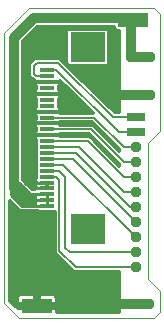
<source format=gtl>
G75*
%MOIN*%
%OFA0B0*%
%FSLAX25Y25*%
%IPPOS*%
%LPD*%
%AMOC8*
5,1,8,0,0,1.08239X$1,22.5*
%
%ADD10C,0.00000*%
%ADD11R,0.10000X0.05000*%
%ADD12R,0.05118X0.01181*%
%ADD13R,0.11811X0.09843*%
%ADD14R,0.06299X0.03150*%
%ADD15C,0.03762*%
%ADD16C,0.01200*%
%ADD17C,0.02975*%
%ADD18C,0.01000*%
%ADD19C,0.03200*%
%ADD20C,0.00800*%
D10*
X0006600Y0044600D02*
X0051600Y0044600D01*
X0053600Y0046600D01*
X0053600Y0053600D01*
X0049600Y0057600D01*
X0049600Y0103100D01*
X0053600Y0107100D01*
X0053600Y0146100D01*
X0051600Y0148100D01*
X0010100Y0148100D01*
X0001600Y0139600D01*
X0001600Y0049600D01*
X0006600Y0044600D01*
D11*
X0012600Y0048600D03*
X0044600Y0144100D03*
D12*
X0016105Y0127238D03*
X0016105Y0125269D03*
X0016105Y0123301D03*
X0016105Y0121332D03*
X0016105Y0119364D03*
X0016105Y0117395D03*
X0016105Y0115427D03*
X0016105Y0113458D03*
X0016105Y0111490D03*
X0016105Y0109521D03*
X0016105Y0107553D03*
X0016105Y0105584D03*
X0016105Y0103616D03*
X0016105Y0101647D03*
X0016105Y0099679D03*
X0016105Y0097710D03*
X0016105Y0095742D03*
X0016105Y0093773D03*
X0016105Y0091805D03*
X0016105Y0089836D03*
X0016105Y0087868D03*
X0016105Y0085899D03*
X0016105Y0083931D03*
X0016105Y0081962D03*
D13*
X0029491Y0074324D03*
X0029491Y0134876D03*
D14*
X0045600Y0111600D03*
X0045600Y0106600D03*
D15*
X0045600Y0101600D03*
X0045600Y0096600D03*
X0045700Y0091600D03*
X0045700Y0086600D03*
X0045700Y0081600D03*
X0045700Y0076600D03*
X0045700Y0071600D03*
X0045700Y0066600D03*
X0045700Y0061600D03*
X0044000Y0049300D03*
X0050100Y0049300D03*
X0050200Y0119000D03*
X0044000Y0119100D03*
X0044000Y0131600D03*
X0050200Y0131600D03*
D16*
X0040100Y0131436D02*
X0036596Y0131436D01*
X0036596Y0130238D02*
X0040100Y0130238D01*
X0040100Y0129039D02*
X0036178Y0129039D01*
X0035893Y0128754D02*
X0036596Y0129457D01*
X0036596Y0140294D01*
X0035893Y0140997D01*
X0023088Y0140997D01*
X0022385Y0140294D01*
X0022385Y0129457D01*
X0023088Y0128754D01*
X0035893Y0128754D01*
X0036596Y0132635D02*
X0040100Y0132635D01*
X0040100Y0133833D02*
X0036596Y0133833D01*
X0036596Y0135032D02*
X0040100Y0135032D01*
X0040100Y0136230D02*
X0036596Y0136230D01*
X0036596Y0137429D02*
X0040100Y0137429D01*
X0040100Y0138627D02*
X0036596Y0138627D01*
X0036596Y0139826D02*
X0040100Y0139826D01*
X0040100Y0140400D02*
X0040100Y0113200D01*
X0038750Y0113200D01*
X0020723Y0130739D01*
X0020263Y0131200D01*
X0020250Y0131200D01*
X0020241Y0131209D01*
X0019589Y0131200D01*
X0011937Y0131200D01*
X0011000Y0130263D01*
X0010000Y0129263D01*
X0010000Y0125437D01*
X0010937Y0124500D01*
X0011768Y0123669D01*
X0011946Y0123669D01*
X0011946Y0123301D01*
X0016105Y0123301D01*
X0020264Y0123301D01*
X0020264Y0123731D01*
X0031163Y0113090D01*
X0020264Y0113090D01*
X0020264Y0113458D01*
X0016105Y0113458D01*
X0016105Y0113458D01*
X0020264Y0113458D01*
X0020264Y0114259D01*
X0020155Y0114666D01*
X0019944Y0115031D01*
X0019864Y0115112D01*
X0019864Y0117710D01*
X0019944Y0117791D01*
X0020155Y0118156D01*
X0020264Y0118563D01*
X0020264Y0119364D01*
X0020264Y0120165D01*
X0020155Y0120572D01*
X0019944Y0120937D01*
X0019864Y0121017D01*
X0019864Y0121647D01*
X0019944Y0121728D01*
X0020155Y0122093D01*
X0020264Y0122500D01*
X0020264Y0123301D01*
X0016105Y0123301D01*
X0016105Y0123301D01*
X0016105Y0123301D01*
X0011946Y0123301D01*
X0011946Y0122500D01*
X0012055Y0122093D01*
X0012265Y0121728D01*
X0012346Y0121647D01*
X0012346Y0121017D01*
X0012265Y0120937D01*
X0012055Y0120572D01*
X0011946Y0120165D01*
X0011946Y0119364D01*
X0016105Y0119364D01*
X0020264Y0119364D01*
X0016105Y0119364D01*
X0016105Y0119364D01*
X0016105Y0119364D01*
X0011946Y0119364D01*
X0011946Y0118563D01*
X0012055Y0118156D01*
X0012265Y0117791D01*
X0012346Y0117710D01*
X0012346Y0115112D01*
X0012265Y0115031D01*
X0012055Y0114666D01*
X0011946Y0114259D01*
X0011946Y0113458D01*
X0011946Y0112657D01*
X0012055Y0112250D01*
X0012265Y0111885D01*
X0012346Y0111805D01*
X0012346Y0111175D01*
X0012265Y0111094D01*
X0012055Y0110729D01*
X0011946Y0110322D01*
X0011946Y0109521D01*
X0011946Y0108720D01*
X0012055Y0108313D01*
X0012265Y0107948D01*
X0012346Y0107868D01*
X0012346Y0107238D01*
X0012265Y0107157D01*
X0012055Y0106792D01*
X0011946Y0106385D01*
X0011946Y0105584D01*
X0011946Y0104783D01*
X0012055Y0104376D01*
X0012265Y0104011D01*
X0012346Y0103931D01*
X0012346Y0091490D01*
X0012265Y0091409D01*
X0012055Y0091044D01*
X0011946Y0090637D01*
X0011946Y0089836D01*
X0011946Y0089035D01*
X0011995Y0088852D01*
X0011946Y0088669D01*
X0011946Y0087868D01*
X0012732Y0087868D01*
X0012732Y0087868D01*
X0011946Y0087868D01*
X0011946Y0087599D01*
X0011005Y0087599D01*
X0007900Y0090704D01*
X0007900Y0136940D01*
X0012760Y0141800D01*
X0038400Y0141800D01*
X0038400Y0141103D01*
X0039103Y0140400D01*
X0040100Y0140400D01*
X0038479Y0141024D02*
X0011984Y0141024D01*
X0010786Y0139826D02*
X0022385Y0139826D01*
X0022385Y0138627D02*
X0009587Y0138627D01*
X0008389Y0137429D02*
X0022385Y0137429D01*
X0022385Y0136230D02*
X0007900Y0136230D01*
X0007900Y0135032D02*
X0022385Y0135032D01*
X0022385Y0133833D02*
X0007900Y0133833D01*
X0007900Y0132635D02*
X0022385Y0132635D01*
X0022385Y0131436D02*
X0007900Y0131436D01*
X0007900Y0130238D02*
X0010975Y0130238D01*
X0010000Y0129039D02*
X0007900Y0129039D01*
X0007900Y0127841D02*
X0010000Y0127841D01*
X0010000Y0126642D02*
X0007900Y0126642D01*
X0007900Y0125444D02*
X0010000Y0125444D01*
X0011192Y0124245D02*
X0007900Y0124245D01*
X0007900Y0123047D02*
X0011946Y0123047D01*
X0012196Y0121848D02*
X0007900Y0121848D01*
X0007900Y0120650D02*
X0012100Y0120650D01*
X0011946Y0119451D02*
X0007900Y0119451D01*
X0007900Y0118253D02*
X0012029Y0118253D01*
X0012346Y0117054D02*
X0007900Y0117054D01*
X0007900Y0115856D02*
X0012346Y0115856D01*
X0012052Y0114657D02*
X0007900Y0114657D01*
X0007900Y0113459D02*
X0011946Y0113459D01*
X0011946Y0113458D02*
X0016105Y0113458D01*
X0011946Y0113458D01*
X0012052Y0112260D02*
X0007900Y0112260D01*
X0007900Y0111062D02*
X0012246Y0111062D01*
X0011946Y0109863D02*
X0007900Y0109863D01*
X0007900Y0108665D02*
X0011961Y0108665D01*
X0011946Y0109521D02*
X0016105Y0109521D01*
X0016105Y0109521D01*
X0020264Y0109521D01*
X0020264Y0109153D01*
X0029984Y0109153D01*
X0031310Y0109153D01*
X0040100Y0100363D01*
X0040100Y0100837D01*
X0040000Y0100937D01*
X0031047Y0109890D01*
X0020264Y0109890D01*
X0020264Y0109521D01*
X0016105Y0109521D01*
X0016105Y0109521D01*
X0011946Y0109521D01*
X0012346Y0107466D02*
X0007900Y0107466D01*
X0007900Y0106268D02*
X0011946Y0106268D01*
X0011946Y0105584D02*
X0016105Y0105584D01*
X0016105Y0105584D01*
X0020264Y0105584D01*
X0020264Y0105216D01*
X0028922Y0105216D01*
X0030247Y0105216D01*
X0040100Y0095363D01*
X0040100Y0095837D01*
X0040000Y0095937D01*
X0029984Y0105953D01*
X0020264Y0105953D01*
X0020264Y0105584D01*
X0016105Y0105584D01*
X0011946Y0105584D01*
X0011946Y0105069D02*
X0007900Y0105069D01*
X0007900Y0103870D02*
X0012346Y0103870D01*
X0012346Y0102672D02*
X0007900Y0102672D01*
X0007900Y0101473D02*
X0012346Y0101473D01*
X0012346Y0100275D02*
X0007900Y0100275D01*
X0007900Y0099076D02*
X0012346Y0099076D01*
X0012346Y0097878D02*
X0007900Y0097878D01*
X0007900Y0096679D02*
X0012346Y0096679D01*
X0012346Y0095481D02*
X0007900Y0095481D01*
X0007900Y0094282D02*
X0012346Y0094282D01*
X0012346Y0093084D02*
X0007900Y0093084D01*
X0007900Y0091885D02*
X0012346Y0091885D01*
X0011959Y0090687D02*
X0007917Y0090687D01*
X0009116Y0089488D02*
X0011946Y0089488D01*
X0011946Y0089836D02*
X0012732Y0089836D01*
X0012732Y0089836D01*
X0011946Y0089836D01*
X0011946Y0088290D02*
X0010314Y0088290D01*
X0016105Y0088290D02*
X0016105Y0088290D01*
X0016105Y0087868D02*
X0016105Y0089836D01*
X0016105Y0089836D01*
X0016105Y0087868D01*
X0016105Y0087868D01*
X0016105Y0089488D02*
X0016105Y0089488D01*
X0006038Y0081258D02*
X0003700Y0083596D01*
X0003700Y0050470D01*
X0006170Y0048000D01*
X0012000Y0048000D01*
X0012000Y0049200D01*
X0012000Y0052700D01*
X0007389Y0052700D01*
X0006982Y0052591D01*
X0006618Y0052380D01*
X0006320Y0052082D01*
X0006109Y0051718D01*
X0006000Y0051311D01*
X0006000Y0049200D01*
X0012000Y0049200D01*
X0013200Y0049200D01*
X0013200Y0052700D01*
X0017811Y0052700D01*
X0018218Y0052591D01*
X0018582Y0052380D01*
X0018880Y0052082D01*
X0019091Y0051718D01*
X0019200Y0051311D01*
X0019200Y0049200D01*
X0013200Y0049200D01*
X0013200Y0048000D01*
X0019200Y0048000D01*
X0019200Y0046700D01*
X0040100Y0046700D01*
X0040100Y0060000D01*
X0024937Y0060000D01*
X0018500Y0066437D01*
X0018500Y0080172D01*
X0013049Y0080172D01*
X0012958Y0080262D01*
X0008192Y0080262D01*
X0007974Y0080137D01*
X0007512Y0080262D01*
X0007034Y0080262D01*
X0006857Y0080439D01*
X0006615Y0080505D01*
X0006376Y0080920D01*
X0006038Y0081258D01*
X0006038Y0081258D01*
X0006197Y0081099D02*
X0003700Y0081099D01*
X0003700Y0082297D02*
X0004999Y0082297D01*
X0003800Y0083496D02*
X0003700Y0083496D01*
X0003700Y0079900D02*
X0018500Y0079900D01*
X0018500Y0078702D02*
X0003700Y0078702D01*
X0003700Y0077503D02*
X0018500Y0077503D01*
X0018500Y0076305D02*
X0003700Y0076305D01*
X0003700Y0075106D02*
X0018500Y0075106D01*
X0018500Y0073908D02*
X0003700Y0073908D01*
X0003700Y0072709D02*
X0018500Y0072709D01*
X0018500Y0071511D02*
X0003700Y0071511D01*
X0003700Y0070312D02*
X0018500Y0070312D01*
X0018500Y0069114D02*
X0003700Y0069114D01*
X0003700Y0067915D02*
X0018500Y0067915D01*
X0018500Y0066717D02*
X0003700Y0066717D01*
X0003700Y0065518D02*
X0019419Y0065518D01*
X0020618Y0064320D02*
X0003700Y0064320D01*
X0003700Y0063121D02*
X0021816Y0063121D01*
X0023015Y0061923D02*
X0003700Y0061923D01*
X0003700Y0060724D02*
X0024213Y0060724D01*
X0018628Y0052334D02*
X0040100Y0052334D01*
X0040100Y0051136D02*
X0019200Y0051136D01*
X0019200Y0049937D02*
X0040100Y0049937D01*
X0040100Y0048739D02*
X0013200Y0048739D01*
X0013200Y0049937D02*
X0012000Y0049937D01*
X0012000Y0048739D02*
X0005431Y0048739D01*
X0006000Y0049937D02*
X0004232Y0049937D01*
X0003700Y0051136D02*
X0006000Y0051136D01*
X0006572Y0052334D02*
X0003700Y0052334D01*
X0003700Y0053533D02*
X0040100Y0053533D01*
X0040100Y0054732D02*
X0003700Y0054732D01*
X0003700Y0055930D02*
X0040100Y0055930D01*
X0040100Y0057129D02*
X0003700Y0057129D01*
X0003700Y0058327D02*
X0040100Y0058327D01*
X0040100Y0059526D02*
X0003700Y0059526D01*
X0012000Y0052334D02*
X0013200Y0052334D01*
X0013200Y0051136D02*
X0012000Y0051136D01*
X0019200Y0047540D02*
X0040100Y0047540D01*
X0039982Y0095481D02*
X0040100Y0095481D01*
X0039258Y0096679D02*
X0038783Y0096679D01*
X0038059Y0097878D02*
X0037585Y0097878D01*
X0036861Y0099076D02*
X0036386Y0099076D01*
X0035662Y0100275D02*
X0035188Y0100275D01*
X0034464Y0101473D02*
X0033989Y0101473D01*
X0033265Y0102672D02*
X0032791Y0102672D01*
X0032067Y0103870D02*
X0031592Y0103870D01*
X0030868Y0105069D02*
X0030394Y0105069D01*
X0034195Y0106268D02*
X0034670Y0106268D01*
X0035394Y0105069D02*
X0035868Y0105069D01*
X0036592Y0103870D02*
X0037067Y0103870D01*
X0037791Y0102672D02*
X0038265Y0102672D01*
X0038989Y0101473D02*
X0039464Y0101473D01*
X0033471Y0107466D02*
X0032997Y0107466D01*
X0032273Y0108665D02*
X0031798Y0108665D01*
X0031074Y0109863D02*
X0020264Y0109863D01*
X0020264Y0113459D02*
X0030785Y0113459D01*
X0029557Y0114657D02*
X0020157Y0114657D01*
X0019864Y0115856D02*
X0028330Y0115856D01*
X0027102Y0117054D02*
X0019864Y0117054D01*
X0020181Y0118253D02*
X0025875Y0118253D01*
X0024647Y0119451D02*
X0020264Y0119451D01*
X0020110Y0120650D02*
X0023420Y0120650D01*
X0022192Y0121848D02*
X0020014Y0121848D01*
X0020264Y0123047D02*
X0020965Y0123047D01*
X0024934Y0126642D02*
X0040100Y0126642D01*
X0040100Y0125444D02*
X0026166Y0125444D01*
X0027398Y0124245D02*
X0040100Y0124245D01*
X0040100Y0123047D02*
X0028630Y0123047D01*
X0029862Y0121848D02*
X0040100Y0121848D01*
X0040100Y0120650D02*
X0031093Y0120650D01*
X0032325Y0119451D02*
X0040100Y0119451D01*
X0040100Y0118253D02*
X0033557Y0118253D01*
X0034789Y0117054D02*
X0040100Y0117054D01*
X0040100Y0115856D02*
X0036021Y0115856D01*
X0037252Y0114657D02*
X0040100Y0114657D01*
X0040100Y0113459D02*
X0038484Y0113459D01*
X0016105Y0113458D02*
X0016105Y0113458D01*
X0016105Y0105584D02*
X0016105Y0105584D01*
X0023703Y0127841D02*
X0040100Y0127841D01*
X0022803Y0129039D02*
X0022471Y0129039D01*
X0022385Y0130238D02*
X0021239Y0130238D01*
D17*
X0016600Y0137100D03*
X0031600Y0124600D03*
X0021600Y0119600D03*
X0026600Y0114600D03*
X0010100Y0113600D03*
X0010100Y0106100D03*
X0010100Y0098600D03*
X0010100Y0091100D03*
X0014100Y0077100D03*
X0006600Y0069600D03*
X0011600Y0059600D03*
X0026600Y0054600D03*
X0031600Y0049600D03*
X0010100Y0121100D03*
D18*
X0010100Y0091100D02*
X0010100Y0089836D01*
X0012069Y0087868D01*
X0016105Y0087868D01*
X0016105Y0089836D02*
X0010100Y0089836D01*
X0008731Y0087469D02*
X0004100Y0087469D01*
X0004100Y0088468D02*
X0007732Y0088468D01*
X0006734Y0089466D02*
X0004100Y0089466D01*
X0004100Y0089600D02*
X0006600Y0089600D01*
X0010600Y0085600D01*
X0012046Y0085600D01*
X0012046Y0085111D01*
X0012098Y0084915D01*
X0012046Y0084719D01*
X0012046Y0083931D01*
X0012932Y0083931D01*
X0012932Y0083931D01*
X0012046Y0083931D01*
X0012046Y0083143D01*
X0012098Y0082946D01*
X0012046Y0082750D01*
X0012046Y0082100D01*
X0007600Y0082100D01*
X0004100Y0085600D01*
X0004100Y0089600D01*
X0005100Y0088100D02*
X0008801Y0085899D01*
X0007738Y0081962D01*
X0016105Y0081962D01*
X0016105Y0082100D02*
X0016105Y0083809D01*
X0016105Y0083931D01*
X0016105Y0083931D01*
X0016105Y0085600D01*
X0016105Y0085600D01*
X0016105Y0083931D01*
X0010769Y0083931D01*
X0008801Y0085899D01*
X0016105Y0085899D01*
X0016105Y0085472D02*
X0016105Y0085472D01*
X0016105Y0084473D02*
X0016105Y0084473D01*
X0016105Y0083931D02*
X0016105Y0083931D01*
X0016105Y0082100D01*
X0016105Y0082100D01*
X0016105Y0082476D02*
X0016105Y0082476D01*
X0016105Y0083475D02*
X0016105Y0083475D01*
X0012932Y0083931D02*
X0012932Y0083931D01*
X0012046Y0083475D02*
X0006225Y0083475D01*
X0005227Y0084473D02*
X0012046Y0084473D01*
X0012046Y0085472D02*
X0004228Y0085472D01*
X0004100Y0086470D02*
X0009730Y0086470D01*
X0012046Y0082476D02*
X0007224Y0082476D01*
D19*
X0005100Y0088100D02*
X0005100Y0138100D01*
X0011600Y0144600D01*
X0042100Y0144600D01*
X0044600Y0144100D01*
X0044000Y0142700D01*
X0044000Y0131600D01*
X0050200Y0131600D01*
X0037100Y0119100D02*
X0031600Y0124600D01*
X0037100Y0119100D02*
X0044000Y0119100D01*
X0044100Y0119000D01*
X0050200Y0119000D01*
X0050100Y0049300D02*
X0044000Y0049300D01*
X0031900Y0049300D01*
X0031600Y0049600D01*
D20*
X0025600Y0061600D02*
X0020100Y0067100D01*
X0020100Y0090600D01*
X0018895Y0091805D01*
X0016105Y0091805D01*
X0016105Y0093773D02*
X0019927Y0093773D01*
X0022100Y0091600D01*
X0022100Y0068100D01*
X0023600Y0066600D01*
X0045700Y0066600D01*
X0045600Y0066600D01*
X0045700Y0061600D02*
X0045600Y0061600D01*
X0025600Y0061600D01*
X0045600Y0071600D02*
X0021458Y0095742D01*
X0016105Y0095742D01*
X0016105Y0097710D02*
X0024490Y0097710D01*
X0045600Y0076600D01*
X0045700Y0076600D01*
X0045700Y0081600D02*
X0043600Y0081600D01*
X0025521Y0099679D01*
X0016105Y0099679D01*
X0016105Y0101647D02*
X0026553Y0101647D01*
X0041600Y0086600D01*
X0045700Y0086600D01*
X0045600Y0086600D01*
X0045700Y0091600D02*
X0045600Y0091600D01*
X0045700Y0091600D02*
X0041600Y0091600D01*
X0029584Y0103616D01*
X0016105Y0103616D01*
X0016105Y0107553D02*
X0030647Y0107553D01*
X0041600Y0096600D01*
X0045600Y0096600D01*
X0045600Y0101600D02*
X0041600Y0101600D01*
X0031710Y0111490D01*
X0016105Y0111490D01*
X0019600Y0129600D02*
X0038100Y0111600D01*
X0045600Y0111600D01*
X0045600Y0106600D02*
X0040100Y0106600D01*
X0018962Y0127238D01*
X0016105Y0127238D01*
X0019600Y0129600D02*
X0012600Y0129600D01*
X0011600Y0128600D01*
X0011600Y0126100D01*
X0012431Y0125269D01*
X0016105Y0125269D01*
X0045600Y0071600D02*
X0045700Y0071600D01*
M02*

</source>
